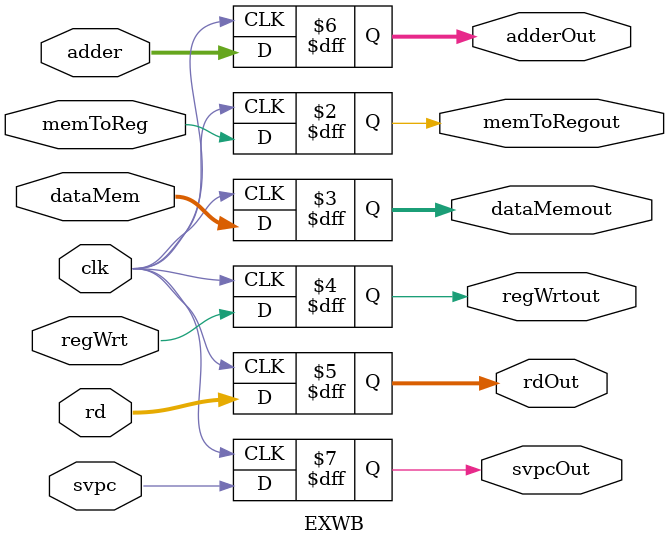
<source format=v>
`timescale 1ns / 1ps



module EXWB(clk, memToReg, dataMem, regWrt, rd, adder, svpc, memToRegout, dataMemout, regWrtout, rdOut, adderOut, svpcOut);
input clk;
input memToReg;
input [31:0] dataMem;
input regWrt;
input [4:0] rd;
input [31:0] adder;
input svpc;

output reg memToRegout;
output reg [31:0] dataMemout;
output reg regWrtout;
output reg [4:0] rdOut;
output reg [31:0] adderOut;
output reg svpcOut;

always@(posedge clk)
begin

memToRegout = memToReg;
dataMemout = dataMem;
regWrtout = regWrt;
rdOut = rd;
adderOut = adder;
svpcOut = svpc;

end
endmodule

</source>
